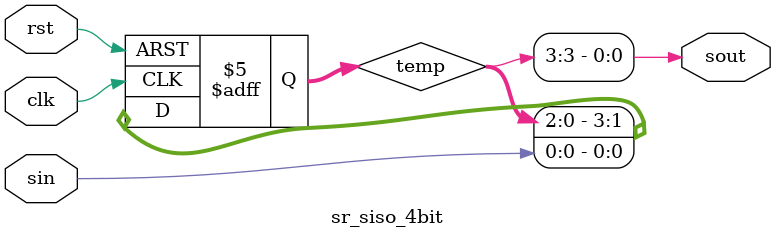
<source format=v>
module sr_siso_4bit(sin, clk, rst, sout) ;
	
	input clk, rst, sin ;
	output sout ;

	reg [3:0] temp ;

	always @(posedge(clk), posedge(rst))
		begin
			if (rst == 1 'b1)
					temp <= 4 'b0000 ;

			else if (clk == 1 'b1)
				begin
					temp <= temp << 1;
					temp[0] <= sin ;
				end
		end 
	assign sout = temp[3] ;
endmodule



</source>
